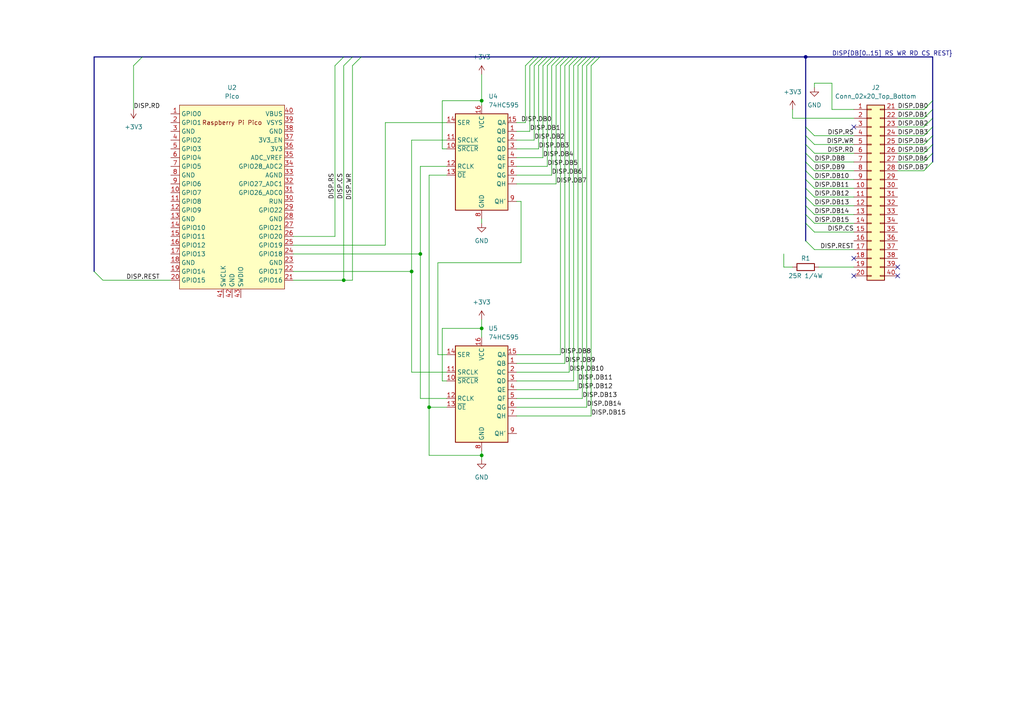
<source format=kicad_sch>
(kicad_sch (version 20230121) (generator eeschema)
  (paper "A4")
  (lib_symbols
    (symbol "74xx:74HC595"
      (property "Reference" "U" (at -7.62 13.97 0))
      (property "Value" "74HC595" (at -7.62 -16.51 0))
      (symbol "74HC595_1_0"
        (pin tri_state line (at 10.16 7.62 180) (length 2.54) (name "QB") (number "1"))
        (pin input line (at -10.16 2.54 0) (length 2.54) (name "~{SRCLR}") (number "10"))
        (pin input line (at -10.16 5.08 0) (length 2.54) (name "SRCLK") (number "11"))
        (pin input line (at -10.16 -2.54 0) (length 2.54) (name "RCLK") (number "12"))
        (pin input line (at -10.16 -5.08 0) (length 2.54) (name "~{OE}") (number "13"))
        (pin input line (at -10.16 10.16 0) (length 2.54) (name "SER") (number "14"))
        (pin tri_state line (at 10.16 10.16 180) (length 2.54) (name "QA") (number "15"))
        (pin power_in line (at 0 15.24 270) (length 2.54) (name "VCC") (number "16"))
        (pin tri_state line (at 10.16 5.08 180) (length 2.54) (name "QC") (number "2"))
        (pin tri_state line (at 10.16 2.54 180) (length 2.54) (name "QD") (number "3"))
        (pin tri_state line (at 10.16 0 180) (length 2.54) (name "QE") (number "4"))
        (pin tri_state line (at 10.16 -2.54 180) (length 2.54) (name "QF") (number "5"))
        (pin tri_state line (at 10.16 -5.08 180) (length 2.54) (name "QG") (number "6"))
        (pin tri_state line (at 10.16 -7.62 180) (length 2.54) (name "QH") (number "7"))
        (pin power_in line (at 0 -17.78 90) (length 2.54) (name "GND") (number "8"))
        (pin output line (at 10.16 -12.7 180) (length 2.54) (name "QH'") (number "9"))
      )
      (symbol "74HC595_1_1"
        (rectangle (start -7.62 12.7) (end 7.62 -15.24) (stroke (width 0.254)) (fill (type background)))
      )
    )
    (symbol "Connector_Generic:Conn_02x20_Top_Bottom" (pin_names (offset 1.016) hide)
      (property "Reference" "J" (at 1.27 25.4 0))
      (property "Value" "Conn_02x20_Top_Bottom" (at 1.27 -27.94 0))
      (symbol "Conn_02x20_Top_Bottom_1_1"
        (rectangle (start -1.27 -25.273) (end 0 -25.527) (stroke (width 0.1524)))
        (rectangle (start -1.27 -22.733) (end 0 -22.987) (stroke (width 0.1524)))
        (rectangle (start -1.27 -20.193) (end 0 -20.447) (stroke (width 0.1524)))
        (rectangle (start -1.27 -17.653) (end 0 -17.907) (stroke (width 0.1524)))
        (rectangle (start -1.27 -15.113) (end 0 -15.367) (stroke (width 0.1524)))
        (rectangle (start -1.27 -12.573) (end 0 -12.827) (stroke (width 0.1524)))
        (rectangle (start -1.27 -10.033) (end 0 -10.287) (stroke (width 0.1524)))
        (rectangle (start -1.27 -7.493) (end 0 -7.747) (stroke (width 0.1524)))
        (rectangle (start -1.27 -4.953) (end 0 -5.207) (stroke (width 0.1524)))
        (rectangle (start -1.27 -2.413) (end 0 -2.667) (stroke (width 0.1524)))
        (rectangle (start -1.27 0.127) (end 0 -0.127) (stroke (width 0.1524)))
        (rectangle (start -1.27 2.667) (end 0 2.413) (stroke (width 0.1524)))
        (rectangle (start -1.27 5.207) (end 0 4.953) (stroke (width 0.1524)))
        (rectangle (start -1.27 7.747) (end 0 7.493) (stroke (width 0.1524)))
        (rectangle (start -1.27 10.287) (end 0 10.033) (stroke (width 0.1524)))
        (rectangle (start -1.27 12.827) (end 0 12.573) (stroke (width 0.1524)))
        (rectangle (start -1.27 15.367) (end 0 15.113) (stroke (width 0.1524)))
        (rectangle (start -1.27 17.907) (end 0 17.653) (stroke (width 0.1524)))
        (rectangle (start -1.27 20.447) (end 0 20.193) (stroke (width 0.1524)))
        (rectangle (start -1.27 22.987) (end 0 22.733) (stroke (width 0.1524)))
        (rectangle (start -1.27 24.13) (end 3.81 -26.67) (stroke (width 0.254)) (fill (type background)))
        (rectangle (start 3.81 -25.273) (end 2.54 -25.527) (stroke (width 0.1524)))
        (rectangle (start 3.81 -22.733) (end 2.54 -22.987) (stroke (width 0.1524)))
        (rectangle (start 3.81 -20.193) (end 2.54 -20.447) (stroke (width 0.1524)))
        (rectangle (start 3.81 -17.653) (end 2.54 -17.907) (stroke (width 0.1524)))
        (rectangle (start 3.81 -15.113) (end 2.54 -15.367) (stroke (width 0.1524)))
        (rectangle (start 3.81 -12.573) (end 2.54 -12.827) (stroke (width 0.1524)))
        (rectangle (start 3.81 -10.033) (end 2.54 -10.287) (stroke (width 0.1524)))
        (rectangle (start 3.81 -7.493) (end 2.54 -7.747) (stroke (width 0.1524)))
        (rectangle (start 3.81 -4.953) (end 2.54 -5.207) (stroke (width 0.1524)))
        (rectangle (start 3.81 -2.413) (end 2.54 -2.667) (stroke (width 0.1524)))
        (rectangle (start 3.81 0.127) (end 2.54 -0.127) (stroke (width 0.1524)))
        (rectangle (start 3.81 2.667) (end 2.54 2.413) (stroke (width 0.1524)))
        (rectangle (start 3.81 5.207) (end 2.54 4.953) (stroke (width 0.1524)))
        (rectangle (start 3.81 7.747) (end 2.54 7.493) (stroke (width 0.1524)))
        (rectangle (start 3.81 10.287) (end 2.54 10.033) (stroke (width 0.1524)))
        (rectangle (start 3.81 12.827) (end 2.54 12.573) (stroke (width 0.1524)))
        (rectangle (start 3.81 15.367) (end 2.54 15.113) (stroke (width 0.1524)))
        (rectangle (start 3.81 17.907) (end 2.54 17.653) (stroke (width 0.1524)))
        (rectangle (start 3.81 20.447) (end 2.54 20.193) (stroke (width 0.1524)))
        (rectangle (start 3.81 22.987) (end 2.54 22.733) (stroke (width 0.1524)))
        (pin passive line (at -5.08 22.86 0) (length 3.81) (name "Pin_1") (number "1"))
        (pin passive line (at -5.08 0 0) (length 3.81) (name "Pin_10") (number "10"))
        (pin passive line (at -5.08 -2.54 0) (length 3.81) (name "Pin_11") (number "11"))
        (pin passive line (at -5.08 -5.08 0) (length 3.81) (name "Pin_12") (number "12"))
        (pin passive line (at -5.08 -7.62 0) (length 3.81) (name "Pin_13") (number "13"))
        (pin passive line (at -5.08 -10.16 0) (length 3.81) (name "Pin_14") (number "14"))
        (pin passive line (at -5.08 -12.7 0) (length 3.81) (name "Pin_15") (number "15"))
        (pin passive line (at -5.08 -15.24 0) (length 3.81) (name "Pin_16") (number "16"))
        (pin passive line (at -5.08 -17.78 0) (length 3.81) (name "Pin_17") (number "17"))
        (pin passive line (at -5.08 -20.32 0) (length 3.81) (name "Pin_18") (number "18"))
        (pin passive line (at -5.08 -22.86 0) (length 3.81) (name "Pin_19") (number "19"))
        (pin passive line (at -5.08 20.32 0) (length 3.81) (name "Pin_2") (number "2"))
        (pin passive line (at -5.08 -25.4 0) (length 3.81) (name "Pin_20") (number "20"))
        (pin passive line (at 7.62 22.86 180) (length 3.81) (name "Pin_21") (number "21"))
        (pin passive line (at 7.62 20.32 180) (length 3.81) (name "Pin_22") (number "22"))
        (pin passive line (at 7.62 17.78 180) (length 3.81) (name "Pin_23") (number "23"))
        (pin passive line (at 7.62 15.24 180) (length 3.81) (name "Pin_24") (number "24"))
        (pin passive line (at 7.62 12.7 180) (length 3.81) (name "Pin_25") (number "25"))
        (pin passive line (at 7.62 10.16 180) (length 3.81) (name "Pin_26") (number "26"))
        (pin passive line (at 7.62 7.62 180) (length 3.81) (name "Pin_27") (number "27"))
        (pin passive line (at 7.62 5.08 180) (length 3.81) (name "Pin_28") (number "28"))
        (pin passive line (at 7.62 2.54 180) (length 3.81) (name "Pin_29") (number "29"))
        (pin passive line (at -5.08 17.78 0) (length 3.81) (name "Pin_3") (number "3"))
        (pin passive line (at 7.62 0 180) (length 3.81) (name "Pin_30") (number "30"))
        (pin passive line (at 7.62 -2.54 180) (length 3.81) (name "Pin_31") (number "31"))
        (pin passive line (at 7.62 -5.08 180) (length 3.81) (name "Pin_32") (number "32"))
        (pin passive line (at 7.62 -7.62 180) (length 3.81) (name "Pin_33") (number "33"))
        (pin passive line (at 7.62 -10.16 180) (length 3.81) (name "Pin_34") (number "34"))
        (pin passive line (at 7.62 -12.7 180) (length 3.81) (name "Pin_35") (number "35"))
        (pin passive line (at 7.62 -15.24 180) (length 3.81) (name "Pin_36") (number "36"))
        (pin passive line (at 7.62 -17.78 180) (length 3.81) (name "Pin_37") (number "37"))
        (pin passive line (at 7.62 -20.32 180) (length 3.81) (name "Pin_38") (number "38"))
        (pin passive line (at 7.62 -22.86 180) (length 3.81) (name "Pin_39") (number "39"))
        (pin passive line (at -5.08 15.24 0) (length 3.81) (name "Pin_4") (number "4"))
        (pin passive line (at 7.62 -25.4 180) (length 3.81) (name "Pin_40") (number "40"))
        (pin passive line (at -5.08 12.7 0) (length 3.81) (name "Pin_5") (number "5"))
        (pin passive line (at -5.08 10.16 0) (length 3.81) (name "Pin_6") (number "6"))
        (pin passive line (at -5.08 7.62 0) (length 3.81) (name "Pin_7") (number "7"))
        (pin passive line (at -5.08 5.08 0) (length 3.81) (name "Pin_8") (number "8"))
        (pin passive line (at -5.08 2.54 0) (length 3.81) (name "Pin_9") (number "9"))
      )
    )
    (symbol "Device:R" (pin_numbers hide) (pin_names (offset 0))
      (property "Reference" "R" (at 2.032 0 90))
      (property "Value" "R" (at 0 0 90))
      (symbol "R_0_1"
        (rectangle (start -1.016 -2.54) (end 1.016 2.54) (stroke (width 0.254)))
      )
      (symbol "R_1_1"
        (pin passive line (at 0 3.81 270) (length 1.27) (name "~") (number "1"))
        (pin passive line (at 0 -3.81 90) (length 1.27) (name "~") (number "2"))
      )
    )
    (symbol "power:+3V3" (power) (pin_names (offset 0))
      (property "Value" "+3V3" (at 0 3.556 0))
      (symbol "+3V3_0_1"
        (polyline (pts (xy -0.762 1.27) (xy 0 2.54)))
        (polyline (pts (xy 0 0) (xy 0 2.54)))
        (polyline (pts (xy 0 2.54) (xy 0.762 1.27)))
      )
      (symbol "+3V3_1_1"
        (pin power_in line (at 0 0 90) (length 0) hide (name "+3V3") (number "1"))
      )
    )
    (symbol "power:GND" (power) (pin_names (offset 0))
      (property "Value" "GND" (at 0 -3.81 0))
      (symbol "GND_0_1"
        (polyline (pts (xy 0 0) (xy 0 -1.27) (xy 1.27 -1.27) (xy 0 -2.54) (xy -1.27 -1.27) (xy 0 -1.27)))
      )
      (symbol "GND_1_1"
        (pin power_in line (at 0 0 270) (length 0) hide (name "GND") (number "1"))
      )
    )
    (symbol "rppico:Pico"
      (property "Reference" "U" (at -13.97 27.94 0))
      (property "Value" "Pico" (at 0 19.05 0))
      (symbol "Pico_0_0"
        (text "Raspberry Pi Pico" (at 0 21.59 0) (effects (font (size 1.27 1.27))))
      )
      (symbol "Pico_0_1"
        (rectangle (start -15.24 26.67) (end 15.24 -26.67) (fill (type background)))
      )
      (symbol "Pico_1_1"
        (pin bidirectional line (at -17.78 24.13 0) (length 2.54) (name "GPIO0") (number "1"))
        (pin bidirectional line (at -17.78 1.27 0) (length 2.54) (name "GPIO7") (number "10"))
        (pin bidirectional line (at -17.78 -1.27 0) (length 2.54) (name "GPIO8") (number "11"))
        (pin bidirectional line (at -17.78 -3.81 0) (length 2.54) (name "GPIO9") (number "12"))
        (pin power_in line (at -17.78 -6.35 0) (length 2.54) (name "GND") (number "13"))
        (pin bidirectional line (at -17.78 -8.89 0) (length 2.54) (name "GPIO10") (number "14"))
        (pin bidirectional line (at -17.78 -11.43 0) (length 2.54) (name "GPIO11") (number "15"))
        (pin bidirectional line (at -17.78 -13.97 0) (length 2.54) (name "GPIO12") (number "16"))
        (pin bidirectional line (at -17.78 -16.51 0) (length 2.54) (name "GPIO13") (number "17"))
        (pin power_in line (at -17.78 -19.05 0) (length 2.54) (name "GND") (number "18"))
        (pin bidirectional line (at -17.78 -21.59 0) (length 2.54) (name "GPIO14") (number "19"))
        (pin bidirectional line (at -17.78 21.59 0) (length 2.54) (name "GPIO1") (number "2"))
        (pin bidirectional line (at -17.78 -24.13 0) (length 2.54) (name "GPIO15") (number "20"))
        (pin bidirectional line (at 17.78 -24.13 180) (length 2.54) (name "GPIO16") (number "21"))
        (pin bidirectional line (at 17.78 -21.59 180) (length 2.54) (name "GPIO17") (number "22"))
        (pin power_in line (at 17.78 -19.05 180) (length 2.54) (name "GND") (number "23"))
        (pin bidirectional line (at 17.78 -16.51 180) (length 2.54) (name "GPIO18") (number "24"))
        (pin bidirectional line (at 17.78 -13.97 180) (length 2.54) (name "GPIO19") (number "25"))
        (pin bidirectional line (at 17.78 -11.43 180) (length 2.54) (name "GPIO20") (number "26"))
        (pin bidirectional line (at 17.78 -8.89 180) (length 2.54) (name "GPIO21") (number "27"))
        (pin power_in line (at 17.78 -6.35 180) (length 2.54) (name "GND") (number "28"))
        (pin bidirectional line (at 17.78 -3.81 180) (length 2.54) (name "GPIO22") (number "29"))
        (pin power_in line (at -17.78 19.05 0) (length 2.54) (name "GND") (number "3"))
        (pin input line (at 17.78 -1.27 180) (length 2.54) (name "RUN") (number "30"))
        (pin bidirectional line (at 17.78 1.27 180) (length 2.54) (name "GPIO26_ADC0") (number "31"))
        (pin bidirectional line (at 17.78 3.81 180) (length 2.54) (name "GPIO27_ADC1") (number "32"))
        (pin power_in line (at 17.78 6.35 180) (length 2.54) (name "AGND") (number "33"))
        (pin bidirectional line (at 17.78 8.89 180) (length 2.54) (name "GPIO28_ADC2") (number "34"))
        (pin power_in line (at 17.78 11.43 180) (length 2.54) (name "ADC_VREF") (number "35"))
        (pin power_in line (at 17.78 13.97 180) (length 2.54) (name "3V3") (number "36"))
        (pin input line (at 17.78 16.51 180) (length 2.54) (name "3V3_EN") (number "37"))
        (pin bidirectional line (at 17.78 19.05 180) (length 2.54) (name "GND") (number "38"))
        (pin power_in line (at 17.78 21.59 180) (length 2.54) (name "VSYS") (number "39"))
        (pin bidirectional line (at -17.78 16.51 0) (length 2.54) (name "GPIO2") (number "4"))
        (pin power_in line (at 17.78 24.13 180) (length 2.54) (name "VBUS") (number "40"))
        (pin input line (at -2.54 -29.21 90) (length 2.54) (name "SWCLK") (number "41"))
        (pin power_in line (at 0 -29.21 90) (length 2.54) (name "GND") (number "42"))
        (pin bidirectional line (at 2.54 -29.21 90) (length 2.54) (name "SWDIO") (number "43"))
        (pin bidirectional line (at -17.78 13.97 0) (length 2.54) (name "GPIO3") (number "5"))
        (pin bidirectional line (at -17.78 11.43 0) (length 2.54) (name "GPIO4") (number "6"))
        (pin bidirectional line (at -17.78 8.89 0) (length 2.54) (name "GPIO5") (number "7"))
        (pin power_in line (at -17.78 6.35 0) (length 2.54) (name "GND") (number "8"))
        (pin bidirectional line (at -17.78 3.81 0) (length 2.54) (name "GPIO6") (number "9"))
      )
    )
  )
  (junction (at 124.46 118.11))
  (junction (at 119.38 78.74))
  (junction (at 99.695 81.28))
  (junction (at 139.7 132.08))
  (junction (at 233.68 16.51))
  (junction (at 121.92 73.66))
  (junction (at 139.7 95.25))
  (junction (at 139.7 29.21))
  (no_connect (at 260.35 80.01))
  (no_connect (at 247.65 36.83))
  (no_connect (at 260.35 77.47))
  (no_connect (at 247.65 80.01))
  (no_connect (at 247.65 74.93))
  (bus_entry (at 163.83 16.51) (size -2.54 2.54))
  (bus_entry (at 233.68 52.07) (size 2.54 2.54))
  (bus_entry (at 233.68 57.15) (size 2.54 2.54))
  (bus_entry (at 167.64 16.51) (size -2.54 2.54))
  (bus_entry (at 168.91 16.51) (size -2.54 2.54))
  (bus_entry (at 161.29 16.51) (size -2.54 2.54))
  (bus_entry (at 270.51 29.21) (size -2.54 2.54))
  (bus_entry (at 233.68 64.77) (size 2.54 2.54))
  (bus_entry (at 270.51 31.75) (size -2.54 2.54))
  (bus_entry (at 166.37 16.51) (size -2.54 2.54))
  (bus_entry (at 162.56 16.51) (size -2.54 2.54))
  (bus_entry (at 233.68 59.69) (size 2.54 2.54))
  (bus_entry (at 170.18 16.51) (size -2.54 2.54))
  (bus_entry (at 270.51 36.83) (size -2.54 2.54))
  (bus_entry (at 160.02 16.51) (size -2.54 2.54))
  (bus_entry (at 158.75 16.51) (size -2.54 2.54))
  (bus_entry (at 99.695 16.51) (size -2.54 2.54))
  (bus_entry (at 270.51 34.29) (size -2.54 2.54))
  (bus_entry (at 233.68 36.83) (size 2.54 2.54))
  (bus_entry (at 233.68 62.23) (size 2.54 2.54))
  (bus_entry (at 233.68 46.99) (size 2.54 2.54))
  (bus_entry (at 233.68 44.45) (size 2.54 2.54))
  (bus_entry (at 270.51 41.91) (size -2.54 2.54))
  (bus_entry (at 233.68 39.37) (size 2.54 2.54))
  (bus_entry (at 172.72 16.51) (size -2.54 2.54))
  (bus_entry (at 233.68 54.61) (size 2.54 2.54))
  (bus_entry (at 171.45 16.51) (size -2.54 2.54))
  (bus_entry (at 154.94 16.51) (size -2.54 2.54))
  (bus_entry (at 156.21 16.51) (size -2.54 2.54))
  (bus_entry (at 233.68 41.91) (size 2.54 2.54))
  (bus_entry (at 157.48 16.51) (size -2.54 2.54))
  (bus_entry (at 27.305 78.74) (size 2.54 2.54))
  (bus_entry (at 233.68 69.85) (size 2.54 2.54))
  (bus_entry (at 41.275 16.51) (size -2.54 2.54))
  (bus_entry (at 165.1 16.51) (size -2.54 2.54))
  (bus_entry (at 233.68 49.53) (size 2.54 2.54))
  (bus_entry (at 270.51 39.37) (size -2.54 2.54))
  (bus_entry (at 173.99 16.51) (size -2.54 2.54))
  (bus_entry (at 102.235 16.51) (size -2.54 2.54))
  (bus_entry (at 104.775 16.51) (size -2.54 2.54))
  (bus_entry (at 270.51 46.99) (size -2.54 2.54))
  (bus_entry (at 270.51 44.45) (size -2.54 2.54))
  (wire (pts (xy 85.09 71.12) (xy 111.76 71.12)))
  (wire (pts (xy 99.695 81.28) (xy 85.09 81.28)))
  (bus (pts (xy 233.68 44.45) (xy 233.68 46.99)))
  (wire (pts (xy 149.86 105.41) (xy 163.83 105.41)))
  (bus (pts (xy 162.56 16.51) (xy 163.83 16.51)))
  (wire (pts (xy 236.22 44.45) (xy 247.65 44.45)))
  (wire (pts (xy 127 102.87) (xy 129.54 102.87)))
  (wire (pts (xy 149.86 53.34) (xy 161.29 53.34)))
  (wire (pts (xy 236.22 59.69) (xy 247.65 59.69)))
  (wire (pts (xy 139.7 21.59) (xy 139.7 29.21)))
  (wire (pts (xy 151.13 76.2) (xy 127 76.2)))
  (wire (pts (xy 167.64 19.05) (xy 167.64 113.03)))
  (wire (pts (xy 129.54 43.18) (xy 128.27 43.18)))
  (wire (pts (xy 124.46 118.11) (xy 129.54 118.11)))
  (bus (pts (xy 173.99 16.51) (xy 233.68 16.51)))
  (wire (pts (xy 97.155 68.58) (xy 85.09 68.58)))
  (wire (pts (xy 237.49 77.47) (xy 247.65 77.47)))
  (wire (pts (xy 129.54 35.56) (xy 111.76 35.56)))
  (bus (pts (xy 166.37 16.51) (xy 167.64 16.51)))
  (wire (pts (xy 121.92 48.26) (xy 121.92 73.66)))
  (wire (pts (xy 129.54 50.8) (xy 124.46 50.8)))
  (wire (pts (xy 149.86 40.64) (xy 154.94 40.64)))
  (wire (pts (xy 121.92 115.57) (xy 129.54 115.57)))
  (wire (pts (xy 149.86 45.72) (xy 157.48 45.72)))
  (wire (pts (xy 260.35 39.37) (xy 267.97 39.37)))
  (wire (pts (xy 128.27 29.21) (xy 139.7 29.21)))
  (wire (pts (xy 124.46 132.08) (xy 139.7 132.08)))
  (wire (pts (xy 139.7 132.08) (xy 139.7 133.35)))
  (wire (pts (xy 241.3 31.75) (xy 241.3 24.13)))
  (wire (pts (xy 111.76 35.56) (xy 111.76 71.12)))
  (bus (pts (xy 27.305 16.51) (xy 27.305 78.74)))
  (wire (pts (xy 165.1 19.05) (xy 165.1 107.95)))
  (bus (pts (xy 233.68 16.51) (xy 270.51 16.51)))
  (wire (pts (xy 119.38 40.64) (xy 119.38 78.74)))
  (wire (pts (xy 247.65 31.75) (xy 241.3 31.75)))
  (wire (pts (xy 149.86 118.11) (xy 170.18 118.11)))
  (bus (pts (xy 270.51 29.21) (xy 270.51 31.75)))
  (wire (pts (xy 229.87 77.47) (xy 227.33 77.47)))
  (wire (pts (xy 29.845 81.28) (xy 49.53 81.28)))
  (wire (pts (xy 229.87 34.29) (xy 229.87 31.75)))
  (wire (pts (xy 156.21 19.05) (xy 156.21 43.18)))
  (wire (pts (xy 127 76.2) (xy 127 102.87)))
  (bus (pts (xy 270.51 34.29) (xy 270.51 36.83)))
  (wire (pts (xy 260.35 34.29) (xy 267.97 34.29)))
  (wire (pts (xy 85.09 73.66) (xy 121.92 73.66)))
  (wire (pts (xy 153.67 19.05) (xy 153.67 38.1)))
  (bus (pts (xy 233.68 46.99) (xy 233.68 49.53)))
  (wire (pts (xy 241.3 24.13) (xy 236.22 24.13)))
  (wire (pts (xy 149.86 120.65) (xy 171.45 120.65)))
  (bus (pts (xy 158.75 16.51) (xy 160.02 16.51)))
  (bus (pts (xy 160.02 16.51) (xy 161.29 16.51)))
  (wire (pts (xy 157.48 19.05) (xy 157.48 45.72)))
  (bus (pts (xy 171.45 16.51) (xy 172.72 16.51)))
  (bus (pts (xy 154.94 16.51) (xy 156.21 16.51)))
  (wire (pts (xy 129.54 110.49) (xy 128.27 110.49)))
  (wire (pts (xy 149.86 115.57) (xy 168.91 115.57)))
  (bus (pts (xy 154.94 16.51) (xy 104.775 16.51)))
  (wire (pts (xy 149.86 35.56) (xy 152.4 35.56)))
  (wire (pts (xy 236.22 41.91) (xy 247.65 41.91)))
  (bus (pts (xy 233.68 59.69) (xy 233.68 62.23)))
  (wire (pts (xy 149.86 113.03) (xy 167.64 113.03)))
  (bus (pts (xy 165.1 16.51) (xy 166.37 16.51)))
  (wire (pts (xy 99.695 19.05) (xy 99.695 81.28)))
  (bus (pts (xy 167.64 16.51) (xy 168.91 16.51)))
  (wire (pts (xy 149.86 107.95) (xy 165.1 107.95)))
  (bus (pts (xy 161.29 16.51) (xy 162.56 16.51)))
  (wire (pts (xy 161.29 19.05) (xy 161.29 53.34)))
  (wire (pts (xy 160.02 19.05) (xy 160.02 50.8)))
  (wire (pts (xy 236.22 24.13) (xy 236.22 25.4)))
  (wire (pts (xy 129.54 40.64) (xy 119.38 40.64)))
  (bus (pts (xy 233.68 36.83) (xy 233.68 39.37)))
  (wire (pts (xy 236.22 39.37) (xy 247.65 39.37)))
  (wire (pts (xy 236.22 57.15) (xy 247.65 57.15)))
  (bus (pts (xy 157.48 16.51) (xy 158.75 16.51)))
  (wire (pts (xy 149.86 58.42) (xy 151.13 58.42)))
  (wire (pts (xy 236.22 64.77) (xy 247.65 64.77)))
  (wire (pts (xy 128.27 95.25) (xy 139.7 95.25)))
  (wire (pts (xy 236.22 46.99) (xy 247.65 46.99)))
  (wire (pts (xy 260.35 49.53) (xy 267.97 49.53)))
  (wire (pts (xy 151.13 58.42) (xy 151.13 76.2)))
  (bus (pts (xy 233.68 57.15) (xy 233.68 59.69)))
  (wire (pts (xy 236.22 52.07) (xy 247.65 52.07)))
  (wire (pts (xy 149.86 110.49) (xy 166.37 110.49)))
  (wire (pts (xy 227.33 77.47) (xy 227.33 73.66)))
  (wire (pts (xy 236.22 54.61) (xy 247.65 54.61)))
  (wire (pts (xy 236.22 67.31) (xy 247.65 67.31)))
  (bus (pts (xy 156.21 16.51) (xy 157.48 16.51)))
  (wire (pts (xy 149.86 48.26) (xy 158.75 48.26)))
  (wire (pts (xy 139.7 63.5) (xy 139.7 64.77)))
  (bus (pts (xy 172.72 16.51) (xy 173.99 16.51)))
  (wire (pts (xy 152.4 19.05) (xy 152.4 35.56)))
  (wire (pts (xy 139.7 95.25) (xy 139.7 97.79)))
  (bus (pts (xy 233.68 16.51) (xy 233.68 36.83)))
  (wire (pts (xy 121.92 73.66) (xy 121.92 115.57)))
  (wire (pts (xy 158.75 19.05) (xy 158.75 48.26)))
  (wire (pts (xy 149.86 43.18) (xy 156.21 43.18)))
  (wire (pts (xy 102.235 19.05) (xy 102.235 81.28)))
  (bus (pts (xy 170.18 16.51) (xy 171.45 16.51)))
  (bus (pts (xy 233.68 52.07) (xy 233.68 54.61)))
  (bus (pts (xy 99.695 16.51) (xy 41.275 16.51)))
  (wire (pts (xy 166.37 19.05) (xy 166.37 110.49)))
  (wire (pts (xy 124.46 50.8) (xy 124.46 118.11)))
  (bus (pts (xy 270.51 39.37) (xy 270.51 41.91)))
  (wire (pts (xy 85.09 78.74) (xy 119.38 78.74)))
  (wire (pts (xy 128.27 110.49) (xy 128.27 95.25)))
  (wire (pts (xy 139.7 29.21) (xy 139.7 30.48)))
  (wire (pts (xy 171.45 19.05) (xy 171.45 120.65)))
  (wire (pts (xy 124.46 118.11) (xy 124.46 132.08)))
  (wire (pts (xy 149.86 102.87) (xy 162.56 102.87)))
  (wire (pts (xy 97.155 19.05) (xy 97.155 68.58)))
  (bus (pts (xy 163.83 16.51) (xy 165.1 16.51)))
  (wire (pts (xy 236.22 72.39) (xy 247.65 72.39)))
  (wire (pts (xy 162.56 19.05) (xy 162.56 102.87)))
  (wire (pts (xy 119.38 107.95) (xy 119.38 78.74)))
  (wire (pts (xy 170.18 19.05) (xy 170.18 118.11)))
  (bus (pts (xy 233.68 62.23) (xy 233.68 64.77)))
  (wire (pts (xy 236.22 62.23) (xy 247.65 62.23)))
  (wire (pts (xy 260.35 41.91) (xy 267.97 41.91)))
  (bus (pts (xy 270.51 36.83) (xy 270.51 39.37)))
  (wire (pts (xy 129.54 48.26) (xy 121.92 48.26)))
  (bus (pts (xy 102.235 16.51) (xy 99.695 16.51)))
  (bus (pts (xy 270.51 44.45) (xy 270.51 46.99)))
  (wire (pts (xy 154.94 19.05) (xy 154.94 40.64)))
  (bus (pts (xy 270.51 16.51) (xy 270.51 29.21)))
  (wire (pts (xy 149.86 38.1) (xy 153.67 38.1)))
  (wire (pts (xy 247.65 34.29) (xy 229.87 34.29)))
  (wire (pts (xy 260.35 44.45) (xy 267.97 44.45)))
  (wire (pts (xy 168.91 19.05) (xy 168.91 115.57)))
  (wire (pts (xy 38.735 19.05) (xy 38.735 31.75)))
  (wire (pts (xy 149.86 50.8) (xy 160.02 50.8)))
  (bus (pts (xy 270.51 41.91) (xy 270.51 44.45)))
  (bus (pts (xy 41.275 16.51) (xy 27.305 16.51)))
  (wire (pts (xy 163.83 19.05) (xy 163.83 105.41)))
  (wire (pts (xy 260.35 36.83) (xy 267.97 36.83)))
  (wire (pts (xy 102.235 81.28) (xy 99.695 81.28)))
  (wire (pts (xy 236.22 49.53) (xy 247.65 49.53)))
  (wire (pts (xy 128.27 43.18) (xy 128.27 29.21)))
  (wire (pts (xy 260.35 31.75) (xy 267.97 31.75)))
  (wire (pts (xy 260.35 46.99) (xy 267.97 46.99)))
  (wire (pts (xy 119.38 107.95) (xy 129.54 107.95)))
  (bus (pts (xy 233.68 54.61) (xy 233.68 57.15)))
  (bus (pts (xy 233.68 39.37) (xy 233.68 41.91)))
  (bus (pts (xy 168.91 16.51) (xy 170.18 16.51)))
  (wire (pts (xy 139.7 92.71) (xy 139.7 95.25)))
  (bus (pts (xy 233.68 64.77) (xy 233.68 69.85)))
  (bus (pts (xy 233.68 41.91) (xy 233.68 44.45)))
  (bus (pts (xy 270.51 31.75) (xy 270.51 34.29)))
  (bus (pts (xy 233.68 49.53) (xy 233.68 52.07)))
  (wire (pts (xy 139.7 130.81) (xy 139.7 132.08)))
  (bus (pts (xy 104.775 16.51) (xy 102.235 16.51)))
  (label "DISP.DB2" (at 260.35 36.83 0))
  (label "DISP.DB6" (at 260.35 46.99 0))
  (label "DISP.RS" (at 247.65 39.37 180))
  (label "DISP.RS" (at 97.155 57.785 90))
  (label "DISP.DB13" (at 168.91 115.57 0))
  (label "DISP.RD" (at 38.735 31.75 0))
  (label "DISP.DB14" (at 236.22 62.23 0))
  (label "DISP.REST" (at 247.65 72.39 180))
  (label "DISP.DB8" (at 162.56 102.87 0))
  (label "DISP.CS" (at 99.695 57.785 90))
  (label "DISP.DB5" (at 158.75 48.26 0))
  (label "DISP.DB13" (at 236.22 59.69 0))
  (label "DISP.DB15" (at 236.22 64.77 0))
  (label "DISP.WR" (at 102.235 50.165 270))
  (label "DISP.DB0" (at 260.35 31.75 0))
  (label "DISP.DB5" (at 260.35 44.45 0))
  (label "DISP.DB6" (at 160.02 50.8 0))
  (label "DISP.DB3" (at 260.35 39.37 0))
  (label "DISP.DB14" (at 170.18 118.11 0))
  (label "DISP.DB12" (at 167.64 113.03 0))
  (label "DISP.WR" (at 247.65 41.91 180))
  (label "DISP.DB10" (at 236.22 52.07 0))
  (label "DISP.DB10" (at 165.1 107.95 0))
  (label "DISP.DB9" (at 163.83 105.41 0))
  (label "DISP{DB[0..15] RS WR RD CS REST}" (at 241.3 16.51 0))
  (label "DISP.DB1" (at 260.35 34.29 0))
  (label "DISP.RD" (at 247.65 44.45 180))
  (label "DISP.DB9" (at 236.22 49.53 0))
  (label "DISP.DB12" (at 236.22 57.15 0))
  (label "DISP.DB0" (at 151.13 35.56 0))
  (label "DISP.DB11" (at 167.64 110.49 0))
  (label "DISP.DB2" (at 154.94 40.64 0))
  (label "DISP.DB7" (at 260.35 49.53 0))
  (label "DISP.DB8" (at 236.22 46.99 0))
  (label "DISP.DB4" (at 260.35 41.91 0))
  (label "DISP.DB11" (at 236.22 54.61 0))
  (label "DISP.DB1" (at 153.67 38.1 0))
  (label "DISP.DB7" (at 161.29 53.34 0))
  (label "DISP.CS" (at 247.65 67.31 180))
  (label "DISP.DB3" (at 156.21 43.18 0))
  (label "DISP.REST" (at 46.355 81.28 180))
  (label "DISP.DB15" (at 171.45 120.65 0))
  (label "DISP.DB4" (at 157.48 45.72 0))
  (symbol (lib_id "power:+3V3") (at 139.7 21.59 0) (unit 1)
    (property "Reference" "#PWR04" (effects hide))
    (property "Value" "+3V3" (at 139.7 16.51 0))
  )
  (symbol (lib_id "74xx:74HC595") (at 139.7 113.03 0) (unit 1)
    (property "Reference" "U5" (at 141.6559 95.25 0) (effects (justify left)))
    (property "Value" "74HC595" (at 141.6559 97.79 0) (effects (justify left)))
    (property "Datasheet" "http://www.ti.com/lit/ds/symlink/sn74hc595.pdf" (effects hide))
  )
  (symbol (lib_id "power:+3V3") (at 229.87 31.75 0) (unit 1)
    (property "Reference" "#PWR02" (effects hide))
    (property "Value" "+3V3" (at 229.87 26.67 0))
  )
  (symbol (lib_id "74xx:74HC595") (at 139.7 45.72 0) (unit 1)
    (property "Reference" "U4" (at 141.6559 27.94 0) (effects (justify left)))
    (property "Value" "74HC595" (at 141.6559 30.48 0) (effects (justify left)))
    (property "Datasheet" "http://www.ti.com/lit/ds/symlink/sn74hc595.pdf" (effects hide))
  )
  (symbol (lib_id "power:GND") (at 139.7 133.35 0) (unit 1)
    (property "Reference" "#PWR09" (effects hide))
    (property "Value" "GND" (at 139.7 138.43 0))
  )
  (symbol (lib_id "power:+3V3") (at 139.7 92.71 0) (unit 1)
    (property "Reference" "#PWR05" (effects hide))
    (property "Value" "+3V3" (at 139.7 87.63 0))
  )
  (symbol (lib_id "power:GND") (at 236.22 25.4 0) (unit 1)
    (property "Reference" "#PWR01" (effects hide))
    (property "Value" "GND" (at 236.22 30.48 0))
  )
  (symbol (lib_id "rppico:Pico") (at 67.31 57.15 0) (unit 1)
    (property "Reference" "U2" (at 67.31 25.4 0))
    (property "Value" "Pico" (at 67.31 27.94 0))
    (property "Footprint" "RPi_Pico:RPi_Pico_SMD_TH" (effects hide))
  )
  (symbol (lib_id "power:+3V3") (at 38.735 31.75 180) (unit 1)
    (property "Reference" "#PWR012" (effects hide))
    (property "Value" "+3V3" (at 38.735 36.83 0))
  )
  (symbol (lib_id "Device:R") (at 233.68 77.47 90) (unit 1)
    (property "Reference" "R1" (at 233.68 74.93 90))
    (property "Value" "25R 1/4W" (at 233.68 80.01 90))
  )
  (symbol (lib_id "Connector_Generic:Conn_02x20_Top_Bottom") (at 252.73 54.61 0) (unit 1)
    (property "Reference" "J2" (at 254 25.4 0))
    (property "Value" "Conn_02x20_Top_Bottom" (at 254 27.94 0))
    (property "Footprint" "Connector_IDC:IDC-Header_2x20_P2.54mm_Vertical" (effects hide))
  )
  (symbol (lib_id "power:GND") (at 139.7 64.77 0) (unit 1)
    (property "Reference" "#PWR06" (effects hide))
    (property "Value" "GND" (at 139.7 69.85 0))
  )
)
</source>
